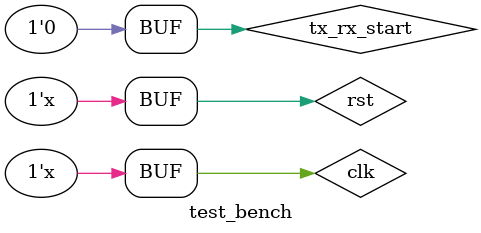
<source format=v>

module test_bench #(parameter BAUD_RATE=200000)();
  reg clk, rst;
  reg tx_rx_start;		//enable for uart transmission and recieving
  
  wire [7:0]uart_output_rx; //output data from UART rx
  wire tx_done;		//pulled high when data transmitting is completed
  wire rx_done;


 riscv_mmio_uart #(.BAUD_RATE(BAUD_RATE)) rmu(
 	clk,
 	rst,
 	tx_rx_start,		//enable for uart transmission and recieving s
  	uart_output_rx, 	//output data from UART rx
  	tx_done,		//pulled high when data transmitting is completed
 	rx_done		//pulled high when data recieving is completed
);
  
  initial
  clk = 1;		// clk time period = 10 ps
  
  always
  #5 clk = ~clk;
  
  initial
  begin	
	rst = 1; #50 tx_rx_start=1;
	#720 tx_rx_start=0;	// sw x6,60(x3)	 
	#10 rst=0 ;  
	#1 rst='x;	// lw x0,60(x3)

	
	#109 rst=0 ;  
	#1 rst='x;	// sw x10,40(x2)

	#109 rst=0 ;  
	#1 rst='x;	// lw x5,40(x2)

  end
endmodule


</source>
